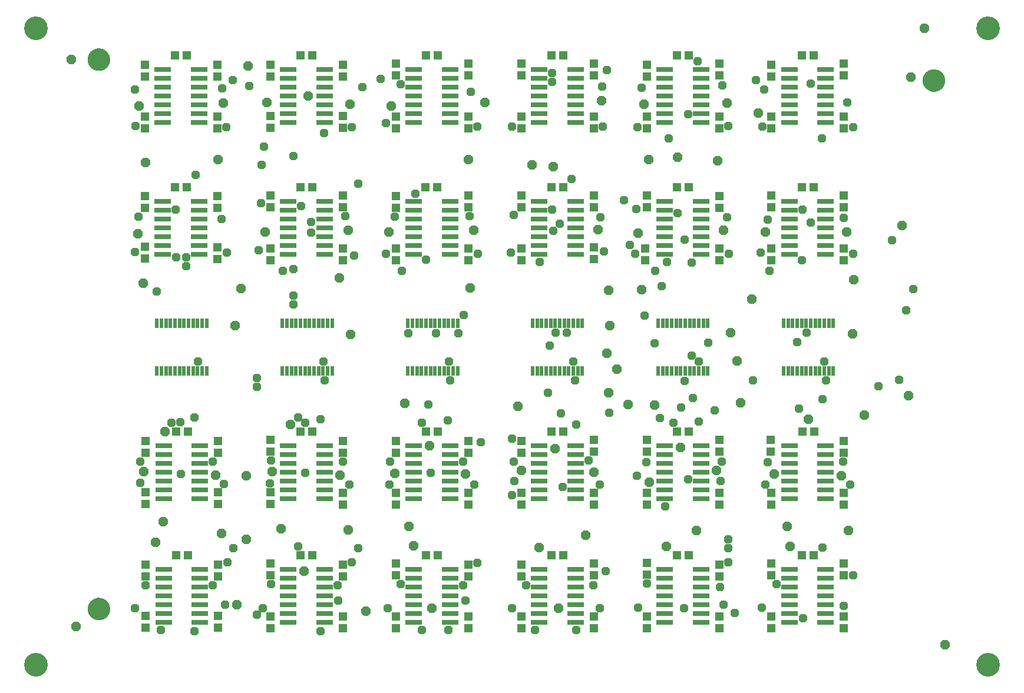
<source format=gbs>
G75*
%MOIN*%
%OFA0B0*%
%FSLAX25Y25*%
%IPPOS*%
%LPD*%
%AMOC8*
5,1,8,0,0,1.08239X$1,22.5*
%
%ADD10C,0.13398*%
%ADD11R,0.02375X0.05524*%
%ADD12R,0.09461X0.03162*%
%ADD13R,0.05131X0.04737*%
%ADD14C,0.08600*%
%ADD15C,0.04800*%
%ADD16OC8,0.05550*%
%ADD17OC8,0.04800*%
D10*
X0083225Y0065052D03*
X0621650Y0065052D03*
X0621650Y0425209D03*
X0083225Y0425209D03*
D11*
X0151524Y0258328D03*
X0154083Y0258328D03*
X0156643Y0258328D03*
X0159202Y0258328D03*
X0161761Y0258328D03*
X0164320Y0258328D03*
X0166879Y0258328D03*
X0169438Y0258328D03*
X0171997Y0258328D03*
X0174556Y0258328D03*
X0177115Y0258328D03*
X0179674Y0258328D03*
X0179674Y0231398D03*
X0177115Y0231398D03*
X0174556Y0231398D03*
X0171997Y0231398D03*
X0169438Y0231398D03*
X0166879Y0231398D03*
X0164320Y0231398D03*
X0161761Y0231398D03*
X0159202Y0231398D03*
X0156643Y0231398D03*
X0154083Y0231398D03*
X0151524Y0231398D03*
X0222524Y0231398D03*
X0225083Y0231398D03*
X0227643Y0231398D03*
X0230202Y0231398D03*
X0232761Y0231398D03*
X0235320Y0231398D03*
X0237879Y0231398D03*
X0240438Y0231398D03*
X0242997Y0231398D03*
X0245556Y0231398D03*
X0248115Y0231398D03*
X0250674Y0231398D03*
X0250674Y0258328D03*
X0248115Y0258328D03*
X0245556Y0258328D03*
X0242997Y0258328D03*
X0240438Y0258328D03*
X0237879Y0258328D03*
X0235320Y0258328D03*
X0232761Y0258328D03*
X0230202Y0258328D03*
X0227643Y0258328D03*
X0225083Y0258328D03*
X0222524Y0258328D03*
X0293524Y0258328D03*
X0296083Y0258328D03*
X0298643Y0258328D03*
X0301202Y0258328D03*
X0303761Y0258328D03*
X0306320Y0258328D03*
X0308879Y0258328D03*
X0311438Y0258328D03*
X0313997Y0258328D03*
X0316556Y0258328D03*
X0319115Y0258328D03*
X0321674Y0258328D03*
X0321674Y0231398D03*
X0319115Y0231398D03*
X0316556Y0231398D03*
X0313997Y0231398D03*
X0311438Y0231398D03*
X0308879Y0231398D03*
X0306320Y0231398D03*
X0303761Y0231398D03*
X0301202Y0231398D03*
X0298643Y0231398D03*
X0296083Y0231398D03*
X0293524Y0231398D03*
X0364024Y0231398D03*
X0366583Y0231398D03*
X0369143Y0231398D03*
X0371702Y0231398D03*
X0374261Y0231398D03*
X0376820Y0231398D03*
X0379379Y0231398D03*
X0381938Y0231398D03*
X0384497Y0231398D03*
X0387056Y0231398D03*
X0389615Y0231398D03*
X0392174Y0231398D03*
X0392174Y0258328D03*
X0389615Y0258328D03*
X0387056Y0258328D03*
X0384497Y0258328D03*
X0381938Y0258328D03*
X0379379Y0258328D03*
X0376820Y0258328D03*
X0374261Y0258328D03*
X0371702Y0258328D03*
X0369143Y0258328D03*
X0366583Y0258328D03*
X0364024Y0258328D03*
X0435024Y0258328D03*
X0437583Y0258328D03*
X0440143Y0258328D03*
X0442702Y0258328D03*
X0445261Y0258328D03*
X0447820Y0258328D03*
X0450379Y0258328D03*
X0452938Y0258328D03*
X0455497Y0258328D03*
X0458056Y0258328D03*
X0460615Y0258328D03*
X0463174Y0258328D03*
X0463174Y0231398D03*
X0460615Y0231398D03*
X0458056Y0231398D03*
X0455497Y0231398D03*
X0452938Y0231398D03*
X0450379Y0231398D03*
X0447820Y0231398D03*
X0445261Y0231398D03*
X0442702Y0231398D03*
X0440143Y0231398D03*
X0437583Y0231398D03*
X0435024Y0231398D03*
X0506024Y0231398D03*
X0508583Y0231398D03*
X0511143Y0231398D03*
X0513702Y0231398D03*
X0516261Y0231398D03*
X0518820Y0231398D03*
X0521379Y0231398D03*
X0523938Y0231398D03*
X0526497Y0231398D03*
X0529056Y0231398D03*
X0531615Y0231398D03*
X0534174Y0231398D03*
X0534174Y0258328D03*
X0531615Y0258328D03*
X0529056Y0258328D03*
X0526497Y0258328D03*
X0523938Y0258328D03*
X0521379Y0258328D03*
X0518820Y0258328D03*
X0516261Y0258328D03*
X0513702Y0258328D03*
X0511143Y0258328D03*
X0508583Y0258328D03*
X0506024Y0258328D03*
D12*
X0509363Y0297363D03*
X0509363Y0302363D03*
X0509363Y0307363D03*
X0509363Y0312363D03*
X0509363Y0317363D03*
X0509363Y0322363D03*
X0509363Y0327363D03*
X0529835Y0327363D03*
X0529835Y0322363D03*
X0529835Y0317363D03*
X0529835Y0312363D03*
X0529835Y0307363D03*
X0529835Y0302363D03*
X0529835Y0297363D03*
X0459335Y0297363D03*
X0459335Y0302363D03*
X0459335Y0307363D03*
X0459335Y0312363D03*
X0459335Y0317363D03*
X0459335Y0322363D03*
X0459335Y0327363D03*
X0438863Y0327363D03*
X0438863Y0322363D03*
X0438863Y0317363D03*
X0438863Y0312363D03*
X0438863Y0307363D03*
X0438863Y0302363D03*
X0438863Y0297363D03*
X0388335Y0297363D03*
X0388335Y0302363D03*
X0388335Y0307363D03*
X0388335Y0312363D03*
X0388335Y0317363D03*
X0388335Y0322363D03*
X0388335Y0327363D03*
X0367863Y0327363D03*
X0367863Y0322363D03*
X0367863Y0317363D03*
X0367863Y0312363D03*
X0367863Y0307363D03*
X0367863Y0302363D03*
X0367863Y0297363D03*
X0317335Y0297363D03*
X0317335Y0302363D03*
X0317335Y0307363D03*
X0317335Y0312363D03*
X0317335Y0317363D03*
X0317335Y0322363D03*
X0317335Y0327363D03*
X0296863Y0327363D03*
X0296863Y0322363D03*
X0296863Y0317363D03*
X0296863Y0312363D03*
X0296863Y0307363D03*
X0296863Y0302363D03*
X0296863Y0297363D03*
X0246335Y0297363D03*
X0246335Y0302363D03*
X0246335Y0307363D03*
X0246335Y0312363D03*
X0246335Y0317363D03*
X0246335Y0322363D03*
X0246335Y0327363D03*
X0225863Y0327363D03*
X0225863Y0322363D03*
X0225863Y0317363D03*
X0225863Y0312363D03*
X0225863Y0307363D03*
X0225863Y0302363D03*
X0225863Y0297363D03*
X0175335Y0297363D03*
X0175335Y0302363D03*
X0175335Y0307363D03*
X0175335Y0312363D03*
X0175335Y0317363D03*
X0175335Y0322363D03*
X0175335Y0327363D03*
X0154863Y0327363D03*
X0154863Y0322363D03*
X0154863Y0317363D03*
X0154863Y0312363D03*
X0154863Y0307363D03*
X0154863Y0302363D03*
X0154863Y0297363D03*
X0154863Y0371863D03*
X0154863Y0376863D03*
X0154863Y0381863D03*
X0154863Y0386863D03*
X0154863Y0391863D03*
X0154863Y0396863D03*
X0154863Y0401863D03*
X0175335Y0401863D03*
X0175335Y0396863D03*
X0175335Y0391863D03*
X0175335Y0386863D03*
X0175335Y0381863D03*
X0175335Y0376863D03*
X0175335Y0371863D03*
X0225863Y0371863D03*
X0225863Y0376863D03*
X0225863Y0381863D03*
X0225863Y0386863D03*
X0225863Y0391863D03*
X0225863Y0396863D03*
X0225863Y0401863D03*
X0246335Y0401863D03*
X0246335Y0396863D03*
X0246335Y0391863D03*
X0246335Y0386863D03*
X0246335Y0381863D03*
X0246335Y0376863D03*
X0246335Y0371863D03*
X0296863Y0371863D03*
X0296863Y0376863D03*
X0296863Y0381863D03*
X0296863Y0386863D03*
X0296863Y0391863D03*
X0296863Y0396863D03*
X0296863Y0401863D03*
X0317335Y0401863D03*
X0317335Y0396863D03*
X0317335Y0391863D03*
X0317335Y0386863D03*
X0317335Y0381863D03*
X0317335Y0376863D03*
X0317335Y0371863D03*
X0367863Y0371863D03*
X0367863Y0376863D03*
X0367863Y0381863D03*
X0367863Y0386863D03*
X0367863Y0391863D03*
X0367863Y0396863D03*
X0367863Y0401863D03*
X0388335Y0401863D03*
X0388335Y0396863D03*
X0388335Y0391863D03*
X0388335Y0386863D03*
X0388335Y0381863D03*
X0388335Y0376863D03*
X0388335Y0371863D03*
X0438863Y0371863D03*
X0438863Y0376863D03*
X0438863Y0381863D03*
X0438863Y0386863D03*
X0438863Y0391863D03*
X0438863Y0396863D03*
X0438863Y0401863D03*
X0459335Y0401863D03*
X0459335Y0396863D03*
X0459335Y0391863D03*
X0459335Y0386863D03*
X0459335Y0381863D03*
X0459335Y0376863D03*
X0459335Y0371863D03*
X0509363Y0371863D03*
X0509363Y0376863D03*
X0509363Y0381863D03*
X0509363Y0386863D03*
X0509363Y0391863D03*
X0509363Y0396863D03*
X0509363Y0401863D03*
X0529835Y0401863D03*
X0529835Y0396863D03*
X0529835Y0391863D03*
X0529835Y0386863D03*
X0529835Y0381863D03*
X0529835Y0376863D03*
X0529835Y0371863D03*
X0529835Y0188863D03*
X0529835Y0183863D03*
X0529835Y0178863D03*
X0529835Y0173863D03*
X0529835Y0168863D03*
X0529835Y0163863D03*
X0529835Y0158863D03*
X0509363Y0158863D03*
X0509363Y0163863D03*
X0509363Y0168863D03*
X0509363Y0173863D03*
X0509363Y0178863D03*
X0509363Y0183863D03*
X0509363Y0188863D03*
X0459335Y0188863D03*
X0459335Y0183863D03*
X0459335Y0178863D03*
X0459335Y0173863D03*
X0459335Y0168863D03*
X0459335Y0163863D03*
X0459335Y0158863D03*
X0438863Y0158863D03*
X0438863Y0163863D03*
X0438863Y0168863D03*
X0438863Y0173863D03*
X0438863Y0178863D03*
X0438863Y0183863D03*
X0438863Y0188863D03*
X0388335Y0188863D03*
X0388335Y0183863D03*
X0388335Y0178863D03*
X0388335Y0173863D03*
X0388335Y0168863D03*
X0388335Y0163863D03*
X0388335Y0158863D03*
X0367863Y0158863D03*
X0367863Y0163863D03*
X0367863Y0168863D03*
X0367863Y0173863D03*
X0367863Y0178863D03*
X0367863Y0183863D03*
X0367863Y0188863D03*
X0317335Y0188863D03*
X0317335Y0183863D03*
X0317335Y0178863D03*
X0317335Y0173863D03*
X0317335Y0168863D03*
X0317335Y0163863D03*
X0317335Y0158863D03*
X0296863Y0158863D03*
X0296863Y0163863D03*
X0296863Y0168863D03*
X0296863Y0173863D03*
X0296863Y0178863D03*
X0296863Y0183863D03*
X0296863Y0188863D03*
X0246335Y0188863D03*
X0246335Y0183863D03*
X0246335Y0178863D03*
X0246335Y0173863D03*
X0246335Y0168863D03*
X0246335Y0163863D03*
X0246335Y0158863D03*
X0225863Y0158863D03*
X0225863Y0163863D03*
X0225863Y0168863D03*
X0225863Y0173863D03*
X0225863Y0178863D03*
X0225863Y0183863D03*
X0225863Y0188863D03*
X0175835Y0188863D03*
X0175835Y0183863D03*
X0175835Y0178863D03*
X0175835Y0173863D03*
X0175835Y0168863D03*
X0175835Y0163863D03*
X0175835Y0158863D03*
X0155363Y0158863D03*
X0155363Y0163863D03*
X0155363Y0168863D03*
X0155363Y0173863D03*
X0155363Y0178863D03*
X0155363Y0183863D03*
X0155363Y0188863D03*
X0155363Y0118863D03*
X0155363Y0113863D03*
X0155363Y0108863D03*
X0155363Y0103863D03*
X0155363Y0098863D03*
X0155363Y0093863D03*
X0155363Y0088863D03*
X0175835Y0088863D03*
X0175835Y0093863D03*
X0175835Y0098863D03*
X0175835Y0103863D03*
X0175835Y0108863D03*
X0175835Y0113863D03*
X0175835Y0118863D03*
X0225863Y0118863D03*
X0225863Y0113863D03*
X0225863Y0108863D03*
X0225863Y0103863D03*
X0225863Y0098863D03*
X0225863Y0093863D03*
X0225863Y0088863D03*
X0246335Y0088863D03*
X0246335Y0093863D03*
X0246335Y0098863D03*
X0246335Y0103863D03*
X0246335Y0108863D03*
X0246335Y0113863D03*
X0246335Y0118863D03*
X0296863Y0118863D03*
X0296863Y0113863D03*
X0296863Y0108863D03*
X0296863Y0103863D03*
X0296863Y0098863D03*
X0296863Y0093863D03*
X0296863Y0088863D03*
X0317335Y0088863D03*
X0317335Y0093863D03*
X0317335Y0098863D03*
X0317335Y0103863D03*
X0317335Y0108863D03*
X0317335Y0113863D03*
X0317335Y0118863D03*
X0367863Y0118863D03*
X0367863Y0113863D03*
X0367863Y0108863D03*
X0367863Y0103863D03*
X0367863Y0098863D03*
X0367863Y0093863D03*
X0367863Y0088863D03*
X0388335Y0088863D03*
X0388335Y0093863D03*
X0388335Y0098863D03*
X0388335Y0103863D03*
X0388335Y0108863D03*
X0388335Y0113863D03*
X0388335Y0118863D03*
X0438863Y0118863D03*
X0438863Y0113863D03*
X0438863Y0108863D03*
X0438863Y0103863D03*
X0438863Y0098863D03*
X0438863Y0093863D03*
X0438863Y0088863D03*
X0459335Y0088863D03*
X0459335Y0093863D03*
X0459335Y0098863D03*
X0459335Y0103863D03*
X0459335Y0108863D03*
X0459335Y0113863D03*
X0459335Y0118863D03*
X0509363Y0118863D03*
X0509363Y0113863D03*
X0509363Y0108863D03*
X0509363Y0103863D03*
X0509363Y0098863D03*
X0509363Y0093863D03*
X0509363Y0088863D03*
X0529835Y0088863D03*
X0529835Y0093863D03*
X0529835Y0098863D03*
X0529835Y0103863D03*
X0529835Y0108863D03*
X0529835Y0113863D03*
X0529835Y0118863D03*
D13*
X0522946Y0126863D03*
X0516253Y0126863D03*
X0499099Y0122209D03*
X0499099Y0115517D03*
X0499099Y0092209D03*
X0499099Y0085517D03*
X0469599Y0085517D03*
X0469599Y0092209D03*
X0469599Y0115017D03*
X0469599Y0121709D03*
X0452446Y0126863D03*
X0445753Y0126863D03*
X0428599Y0122709D03*
X0428599Y0116017D03*
X0398599Y0115517D03*
X0398599Y0122209D03*
X0381446Y0126863D03*
X0374753Y0126863D03*
X0357599Y0121709D03*
X0357599Y0115017D03*
X0327599Y0115017D03*
X0327599Y0121709D03*
X0310446Y0126863D03*
X0303753Y0126863D03*
X0286599Y0122209D03*
X0286599Y0115517D03*
X0256599Y0115017D03*
X0256599Y0121709D03*
X0239446Y0126863D03*
X0232753Y0126863D03*
X0215599Y0122209D03*
X0215599Y0115517D03*
X0186099Y0115017D03*
X0186099Y0121709D03*
X0168946Y0126863D03*
X0162253Y0126863D03*
X0145099Y0121709D03*
X0145099Y0115017D03*
X0145099Y0092709D03*
X0145099Y0086017D03*
X0186099Y0086017D03*
X0186099Y0092709D03*
X0215599Y0092209D03*
X0215599Y0085517D03*
X0256599Y0085517D03*
X0256599Y0092209D03*
X0286599Y0092209D03*
X0286599Y0085517D03*
X0327599Y0085517D03*
X0327599Y0092209D03*
X0357599Y0092209D03*
X0357599Y0085517D03*
X0398599Y0085517D03*
X0398599Y0092209D03*
X0428599Y0092209D03*
X0428599Y0085517D03*
X0428599Y0155517D03*
X0428599Y0162209D03*
X0398599Y0162209D03*
X0398599Y0155517D03*
X0398599Y0185517D03*
X0398599Y0192209D03*
X0381446Y0196863D03*
X0374753Y0196863D03*
X0357599Y0191709D03*
X0357599Y0185017D03*
X0327599Y0185017D03*
X0327599Y0191709D03*
X0310446Y0196863D03*
X0303753Y0196863D03*
X0286599Y0191709D03*
X0286599Y0185017D03*
X0256599Y0185017D03*
X0256599Y0191709D03*
X0239446Y0196863D03*
X0232753Y0196863D03*
X0215599Y0192209D03*
X0215599Y0185517D03*
X0186099Y0185017D03*
X0186099Y0191709D03*
X0168946Y0196863D03*
X0162253Y0196863D03*
X0145099Y0191709D03*
X0145099Y0185017D03*
X0145099Y0162709D03*
X0145099Y0156017D03*
X0186099Y0156017D03*
X0186099Y0162709D03*
X0215599Y0162709D03*
X0215599Y0156017D03*
X0256599Y0155517D03*
X0256599Y0162209D03*
X0286599Y0162209D03*
X0286599Y0155517D03*
X0327599Y0155517D03*
X0327599Y0162209D03*
X0357599Y0162209D03*
X0357599Y0155517D03*
X0428599Y0185517D03*
X0428599Y0192209D03*
X0445753Y0196863D03*
X0452446Y0196863D03*
X0469599Y0192209D03*
X0469599Y0185517D03*
X0498599Y0185517D03*
X0498599Y0192209D03*
X0516753Y0196863D03*
X0523446Y0196863D03*
X0540099Y0191709D03*
X0540099Y0185017D03*
X0540099Y0162209D03*
X0540099Y0155517D03*
X0499099Y0155517D03*
X0499099Y0162209D03*
X0469599Y0162209D03*
X0469599Y0155517D03*
X0540099Y0122209D03*
X0540099Y0115517D03*
X0540099Y0092209D03*
X0540099Y0085517D03*
X0540099Y0294017D03*
X0540099Y0300709D03*
X0540099Y0324017D03*
X0540099Y0330709D03*
X0522946Y0335363D03*
X0516253Y0335363D03*
X0499099Y0330709D03*
X0499099Y0324017D03*
X0499099Y0300709D03*
X0499099Y0294017D03*
X0469599Y0294017D03*
X0469599Y0300709D03*
X0469599Y0323517D03*
X0469599Y0330209D03*
X0452446Y0335363D03*
X0445753Y0335363D03*
X0428599Y0330709D03*
X0428599Y0324017D03*
X0398599Y0324017D03*
X0398599Y0330709D03*
X0381446Y0335363D03*
X0374753Y0335363D03*
X0357599Y0330709D03*
X0357599Y0324017D03*
X0327599Y0324017D03*
X0327599Y0330709D03*
X0309946Y0335363D03*
X0303253Y0335363D03*
X0286599Y0330209D03*
X0286599Y0323517D03*
X0256599Y0324017D03*
X0256599Y0330709D03*
X0239446Y0335363D03*
X0232753Y0335363D03*
X0215599Y0330709D03*
X0215599Y0324017D03*
X0185599Y0323517D03*
X0185599Y0330209D03*
X0168446Y0335363D03*
X0161753Y0335363D03*
X0144599Y0330209D03*
X0144599Y0323517D03*
X0144599Y0301709D03*
X0144599Y0295017D03*
X0185599Y0294517D03*
X0185599Y0301209D03*
X0215599Y0300709D03*
X0215599Y0294017D03*
X0256599Y0294017D03*
X0256599Y0300709D03*
X0286599Y0300709D03*
X0286599Y0294017D03*
X0327599Y0294017D03*
X0327599Y0300709D03*
X0357599Y0300709D03*
X0357599Y0294017D03*
X0398599Y0294517D03*
X0398599Y0301209D03*
X0427599Y0300709D03*
X0427599Y0294017D03*
X0428599Y0368517D03*
X0428599Y0375209D03*
X0398599Y0375209D03*
X0398599Y0368517D03*
X0357599Y0368517D03*
X0357599Y0375209D03*
X0327599Y0375209D03*
X0327599Y0368517D03*
X0286599Y0368517D03*
X0286599Y0375209D03*
X0256599Y0375709D03*
X0256599Y0369017D03*
X0215599Y0369017D03*
X0215599Y0375709D03*
X0185599Y0375209D03*
X0185599Y0368517D03*
X0144599Y0368517D03*
X0144599Y0375209D03*
X0144599Y0398017D03*
X0144599Y0404709D03*
X0161753Y0409863D03*
X0168446Y0409863D03*
X0185599Y0404709D03*
X0185599Y0398017D03*
X0215599Y0398017D03*
X0215599Y0404709D03*
X0232753Y0409863D03*
X0239446Y0409863D03*
X0256599Y0404709D03*
X0256599Y0398017D03*
X0286599Y0398517D03*
X0286599Y0405209D03*
X0303753Y0409863D03*
X0310446Y0409863D03*
X0327599Y0405209D03*
X0327599Y0398517D03*
X0357599Y0398517D03*
X0357599Y0405209D03*
X0374753Y0409863D03*
X0381446Y0409863D03*
X0398599Y0405209D03*
X0398599Y0398517D03*
X0428599Y0398017D03*
X0428599Y0404709D03*
X0445753Y0409863D03*
X0452446Y0409863D03*
X0469599Y0405209D03*
X0469599Y0398517D03*
X0469599Y0375209D03*
X0469599Y0368517D03*
X0499099Y0368517D03*
X0499099Y0375209D03*
X0499099Y0398017D03*
X0499099Y0404709D03*
X0516253Y0409863D03*
X0522946Y0409863D03*
X0540099Y0405209D03*
X0540099Y0398517D03*
X0540099Y0375209D03*
X0540099Y0368517D03*
D14*
X0589130Y0395761D02*
X0589132Y0395849D01*
X0589138Y0395937D01*
X0589148Y0396025D01*
X0589162Y0396113D01*
X0589179Y0396199D01*
X0589201Y0396285D01*
X0589226Y0396369D01*
X0589256Y0396453D01*
X0589288Y0396535D01*
X0589325Y0396615D01*
X0589365Y0396694D01*
X0589409Y0396771D01*
X0589456Y0396846D01*
X0589506Y0396918D01*
X0589560Y0396989D01*
X0589616Y0397056D01*
X0589676Y0397122D01*
X0589738Y0397184D01*
X0589804Y0397244D01*
X0589871Y0397300D01*
X0589942Y0397354D01*
X0590014Y0397404D01*
X0590089Y0397451D01*
X0590166Y0397495D01*
X0590245Y0397535D01*
X0590325Y0397572D01*
X0590407Y0397604D01*
X0590491Y0397634D01*
X0590575Y0397659D01*
X0590661Y0397681D01*
X0590747Y0397698D01*
X0590835Y0397712D01*
X0590923Y0397722D01*
X0591011Y0397728D01*
X0591099Y0397730D01*
X0591187Y0397728D01*
X0591275Y0397722D01*
X0591363Y0397712D01*
X0591451Y0397698D01*
X0591537Y0397681D01*
X0591623Y0397659D01*
X0591707Y0397634D01*
X0591791Y0397604D01*
X0591873Y0397572D01*
X0591953Y0397535D01*
X0592032Y0397495D01*
X0592109Y0397451D01*
X0592184Y0397404D01*
X0592256Y0397354D01*
X0592327Y0397300D01*
X0592394Y0397244D01*
X0592460Y0397184D01*
X0592522Y0397122D01*
X0592582Y0397056D01*
X0592638Y0396989D01*
X0592692Y0396918D01*
X0592742Y0396846D01*
X0592789Y0396771D01*
X0592833Y0396694D01*
X0592873Y0396615D01*
X0592910Y0396535D01*
X0592942Y0396453D01*
X0592972Y0396369D01*
X0592997Y0396285D01*
X0593019Y0396199D01*
X0593036Y0396113D01*
X0593050Y0396025D01*
X0593060Y0395937D01*
X0593066Y0395849D01*
X0593068Y0395761D01*
X0593066Y0395673D01*
X0593060Y0395585D01*
X0593050Y0395497D01*
X0593036Y0395409D01*
X0593019Y0395323D01*
X0592997Y0395237D01*
X0592972Y0395153D01*
X0592942Y0395069D01*
X0592910Y0394987D01*
X0592873Y0394907D01*
X0592833Y0394828D01*
X0592789Y0394751D01*
X0592742Y0394676D01*
X0592692Y0394604D01*
X0592638Y0394533D01*
X0592582Y0394466D01*
X0592522Y0394400D01*
X0592460Y0394338D01*
X0592394Y0394278D01*
X0592327Y0394222D01*
X0592256Y0394168D01*
X0592184Y0394118D01*
X0592109Y0394071D01*
X0592032Y0394027D01*
X0591953Y0393987D01*
X0591873Y0393950D01*
X0591791Y0393918D01*
X0591707Y0393888D01*
X0591623Y0393863D01*
X0591537Y0393841D01*
X0591451Y0393824D01*
X0591363Y0393810D01*
X0591275Y0393800D01*
X0591187Y0393794D01*
X0591099Y0393792D01*
X0591011Y0393794D01*
X0590923Y0393800D01*
X0590835Y0393810D01*
X0590747Y0393824D01*
X0590661Y0393841D01*
X0590575Y0393863D01*
X0590491Y0393888D01*
X0590407Y0393918D01*
X0590325Y0393950D01*
X0590245Y0393987D01*
X0590166Y0394027D01*
X0590089Y0394071D01*
X0590014Y0394118D01*
X0589942Y0394168D01*
X0589871Y0394222D01*
X0589804Y0394278D01*
X0589738Y0394338D01*
X0589676Y0394400D01*
X0589616Y0394466D01*
X0589560Y0394533D01*
X0589506Y0394604D01*
X0589456Y0394676D01*
X0589409Y0394751D01*
X0589365Y0394828D01*
X0589325Y0394907D01*
X0589288Y0394987D01*
X0589256Y0395069D01*
X0589226Y0395153D01*
X0589201Y0395237D01*
X0589179Y0395323D01*
X0589162Y0395409D01*
X0589148Y0395497D01*
X0589138Y0395585D01*
X0589132Y0395673D01*
X0589130Y0395761D01*
X0116689Y0407572D02*
X0116691Y0407660D01*
X0116697Y0407748D01*
X0116707Y0407836D01*
X0116721Y0407924D01*
X0116738Y0408010D01*
X0116760Y0408096D01*
X0116785Y0408180D01*
X0116815Y0408264D01*
X0116847Y0408346D01*
X0116884Y0408426D01*
X0116924Y0408505D01*
X0116968Y0408582D01*
X0117015Y0408657D01*
X0117065Y0408729D01*
X0117119Y0408800D01*
X0117175Y0408867D01*
X0117235Y0408933D01*
X0117297Y0408995D01*
X0117363Y0409055D01*
X0117430Y0409111D01*
X0117501Y0409165D01*
X0117573Y0409215D01*
X0117648Y0409262D01*
X0117725Y0409306D01*
X0117804Y0409346D01*
X0117884Y0409383D01*
X0117966Y0409415D01*
X0118050Y0409445D01*
X0118134Y0409470D01*
X0118220Y0409492D01*
X0118306Y0409509D01*
X0118394Y0409523D01*
X0118482Y0409533D01*
X0118570Y0409539D01*
X0118658Y0409541D01*
X0118746Y0409539D01*
X0118834Y0409533D01*
X0118922Y0409523D01*
X0119010Y0409509D01*
X0119096Y0409492D01*
X0119182Y0409470D01*
X0119266Y0409445D01*
X0119350Y0409415D01*
X0119432Y0409383D01*
X0119512Y0409346D01*
X0119591Y0409306D01*
X0119668Y0409262D01*
X0119743Y0409215D01*
X0119815Y0409165D01*
X0119886Y0409111D01*
X0119953Y0409055D01*
X0120019Y0408995D01*
X0120081Y0408933D01*
X0120141Y0408867D01*
X0120197Y0408800D01*
X0120251Y0408729D01*
X0120301Y0408657D01*
X0120348Y0408582D01*
X0120392Y0408505D01*
X0120432Y0408426D01*
X0120469Y0408346D01*
X0120501Y0408264D01*
X0120531Y0408180D01*
X0120556Y0408096D01*
X0120578Y0408010D01*
X0120595Y0407924D01*
X0120609Y0407836D01*
X0120619Y0407748D01*
X0120625Y0407660D01*
X0120627Y0407572D01*
X0120625Y0407484D01*
X0120619Y0407396D01*
X0120609Y0407308D01*
X0120595Y0407220D01*
X0120578Y0407134D01*
X0120556Y0407048D01*
X0120531Y0406964D01*
X0120501Y0406880D01*
X0120469Y0406798D01*
X0120432Y0406718D01*
X0120392Y0406639D01*
X0120348Y0406562D01*
X0120301Y0406487D01*
X0120251Y0406415D01*
X0120197Y0406344D01*
X0120141Y0406277D01*
X0120081Y0406211D01*
X0120019Y0406149D01*
X0119953Y0406089D01*
X0119886Y0406033D01*
X0119815Y0405979D01*
X0119743Y0405929D01*
X0119668Y0405882D01*
X0119591Y0405838D01*
X0119512Y0405798D01*
X0119432Y0405761D01*
X0119350Y0405729D01*
X0119266Y0405699D01*
X0119182Y0405674D01*
X0119096Y0405652D01*
X0119010Y0405635D01*
X0118922Y0405621D01*
X0118834Y0405611D01*
X0118746Y0405605D01*
X0118658Y0405603D01*
X0118570Y0405605D01*
X0118482Y0405611D01*
X0118394Y0405621D01*
X0118306Y0405635D01*
X0118220Y0405652D01*
X0118134Y0405674D01*
X0118050Y0405699D01*
X0117966Y0405729D01*
X0117884Y0405761D01*
X0117804Y0405798D01*
X0117725Y0405838D01*
X0117648Y0405882D01*
X0117573Y0405929D01*
X0117501Y0405979D01*
X0117430Y0406033D01*
X0117363Y0406089D01*
X0117297Y0406149D01*
X0117235Y0406211D01*
X0117175Y0406277D01*
X0117119Y0406344D01*
X0117065Y0406415D01*
X0117015Y0406487D01*
X0116968Y0406562D01*
X0116924Y0406639D01*
X0116884Y0406718D01*
X0116847Y0406798D01*
X0116815Y0406880D01*
X0116785Y0406964D01*
X0116760Y0407048D01*
X0116738Y0407134D01*
X0116721Y0407220D01*
X0116707Y0407308D01*
X0116697Y0407396D01*
X0116691Y0407484D01*
X0116689Y0407572D01*
X0116689Y0096548D02*
X0116691Y0096636D01*
X0116697Y0096724D01*
X0116707Y0096812D01*
X0116721Y0096900D01*
X0116738Y0096986D01*
X0116760Y0097072D01*
X0116785Y0097156D01*
X0116815Y0097240D01*
X0116847Y0097322D01*
X0116884Y0097402D01*
X0116924Y0097481D01*
X0116968Y0097558D01*
X0117015Y0097633D01*
X0117065Y0097705D01*
X0117119Y0097776D01*
X0117175Y0097843D01*
X0117235Y0097909D01*
X0117297Y0097971D01*
X0117363Y0098031D01*
X0117430Y0098087D01*
X0117501Y0098141D01*
X0117573Y0098191D01*
X0117648Y0098238D01*
X0117725Y0098282D01*
X0117804Y0098322D01*
X0117884Y0098359D01*
X0117966Y0098391D01*
X0118050Y0098421D01*
X0118134Y0098446D01*
X0118220Y0098468D01*
X0118306Y0098485D01*
X0118394Y0098499D01*
X0118482Y0098509D01*
X0118570Y0098515D01*
X0118658Y0098517D01*
X0118746Y0098515D01*
X0118834Y0098509D01*
X0118922Y0098499D01*
X0119010Y0098485D01*
X0119096Y0098468D01*
X0119182Y0098446D01*
X0119266Y0098421D01*
X0119350Y0098391D01*
X0119432Y0098359D01*
X0119512Y0098322D01*
X0119591Y0098282D01*
X0119668Y0098238D01*
X0119743Y0098191D01*
X0119815Y0098141D01*
X0119886Y0098087D01*
X0119953Y0098031D01*
X0120019Y0097971D01*
X0120081Y0097909D01*
X0120141Y0097843D01*
X0120197Y0097776D01*
X0120251Y0097705D01*
X0120301Y0097633D01*
X0120348Y0097558D01*
X0120392Y0097481D01*
X0120432Y0097402D01*
X0120469Y0097322D01*
X0120501Y0097240D01*
X0120531Y0097156D01*
X0120556Y0097072D01*
X0120578Y0096986D01*
X0120595Y0096900D01*
X0120609Y0096812D01*
X0120619Y0096724D01*
X0120625Y0096636D01*
X0120627Y0096548D01*
X0120625Y0096460D01*
X0120619Y0096372D01*
X0120609Y0096284D01*
X0120595Y0096196D01*
X0120578Y0096110D01*
X0120556Y0096024D01*
X0120531Y0095940D01*
X0120501Y0095856D01*
X0120469Y0095774D01*
X0120432Y0095694D01*
X0120392Y0095615D01*
X0120348Y0095538D01*
X0120301Y0095463D01*
X0120251Y0095391D01*
X0120197Y0095320D01*
X0120141Y0095253D01*
X0120081Y0095187D01*
X0120019Y0095125D01*
X0119953Y0095065D01*
X0119886Y0095009D01*
X0119815Y0094955D01*
X0119743Y0094905D01*
X0119668Y0094858D01*
X0119591Y0094814D01*
X0119512Y0094774D01*
X0119432Y0094737D01*
X0119350Y0094705D01*
X0119266Y0094675D01*
X0119182Y0094650D01*
X0119096Y0094628D01*
X0119010Y0094611D01*
X0118922Y0094597D01*
X0118834Y0094587D01*
X0118746Y0094581D01*
X0118658Y0094579D01*
X0118570Y0094581D01*
X0118482Y0094587D01*
X0118394Y0094597D01*
X0118306Y0094611D01*
X0118220Y0094628D01*
X0118134Y0094650D01*
X0118050Y0094675D01*
X0117966Y0094705D01*
X0117884Y0094737D01*
X0117804Y0094774D01*
X0117725Y0094814D01*
X0117648Y0094858D01*
X0117573Y0094905D01*
X0117501Y0094955D01*
X0117430Y0095009D01*
X0117363Y0095065D01*
X0117297Y0095125D01*
X0117235Y0095187D01*
X0117175Y0095253D01*
X0117119Y0095320D01*
X0117065Y0095391D01*
X0117015Y0095463D01*
X0116968Y0095538D01*
X0116924Y0095615D01*
X0116884Y0095694D01*
X0116847Y0095774D01*
X0116815Y0095856D01*
X0116785Y0095940D01*
X0116760Y0096024D01*
X0116738Y0096110D01*
X0116721Y0096196D01*
X0116707Y0096284D01*
X0116697Y0096372D01*
X0116691Y0096460D01*
X0116689Y0096548D01*
D15*
X0118658Y0096548D03*
X0118658Y0407572D03*
X0591099Y0395761D03*
D16*
X0578009Y0397737D03*
X0585883Y0425296D03*
X0491599Y0377363D03*
X0474099Y0382863D03*
X0446099Y0352363D03*
X0429599Y0350863D03*
X0468599Y0350363D03*
X0427099Y0382363D03*
X0403099Y0384363D03*
X0363599Y0347863D03*
X0375599Y0346863D03*
X0401099Y0311363D03*
X0423599Y0309363D03*
X0425599Y0277363D03*
X0407099Y0276863D03*
X0407599Y0256863D03*
X0406099Y0241363D03*
X0411599Y0232363D03*
X0407099Y0218863D03*
X0418099Y0212363D03*
X0433099Y0211863D03*
X0447599Y0187863D03*
X0468099Y0174863D03*
X0500599Y0172863D03*
X0538599Y0171863D03*
X0508099Y0143363D03*
X0509599Y0131863D03*
X0542599Y0140863D03*
X0456599Y0140863D03*
X0439599Y0131863D03*
X0394099Y0138363D03*
X0367599Y0131363D03*
X0378599Y0096863D03*
X0307099Y0096863D03*
X0269599Y0095363D03*
X0234599Y0117863D03*
X0259599Y0141363D03*
X0294099Y0143363D03*
X0296599Y0132363D03*
X0286099Y0173363D03*
X0305599Y0188863D03*
X0326099Y0172863D03*
X0357599Y0174863D03*
X0376599Y0187363D03*
X0398599Y0173863D03*
X0430099Y0168363D03*
X0481599Y0213363D03*
X0479599Y0236863D03*
X0476099Y0252863D03*
X0488099Y0271863D03*
X0495599Y0309863D03*
X0472099Y0310863D03*
X0541599Y0309863D03*
X0573095Y0313800D03*
X0545599Y0282863D03*
X0545099Y0252363D03*
X0576699Y0217226D03*
X0551599Y0206363D03*
X0520099Y0203863D03*
X0355599Y0211363D03*
X0291599Y0212863D03*
X0261099Y0251863D03*
X0254599Y0283863D03*
X0282599Y0309863D03*
X0259599Y0310863D03*
X0212599Y0309863D03*
X0199099Y0277863D03*
X0195599Y0256863D03*
X0143599Y0280863D03*
X0140599Y0308863D03*
X0145099Y0349363D03*
X0186099Y0350863D03*
X0189099Y0382863D03*
X0213599Y0383363D03*
X0237099Y0386863D03*
X0260599Y0382363D03*
X0284099Y0381363D03*
X0337099Y0383363D03*
X0327599Y0350863D03*
X0330599Y0310863D03*
X0328599Y0278363D03*
X0227099Y0200863D03*
X0216599Y0174363D03*
X0202099Y0171863D03*
X0184599Y0172363D03*
X0156099Y0196863D03*
X0144099Y0174363D03*
X0155099Y0145863D03*
X0150599Y0134363D03*
X0188099Y0139363D03*
X0202099Y0135863D03*
X0221599Y0141863D03*
X0255099Y0172363D03*
X0196599Y0098863D03*
X0105614Y0086841D03*
X0141531Y0381485D03*
X0103202Y0407515D03*
X0203099Y0403863D03*
X0597378Y0076363D03*
D17*
X0539899Y0098363D03*
X0516899Y0091363D03*
X0493799Y0097263D03*
X0478299Y0094363D03*
X0471899Y0098863D03*
X0470199Y0109063D03*
X0449699Y0097063D03*
X0428699Y0110963D03*
X0423599Y0097263D03*
X0401999Y0096963D03*
X0398299Y0110063D03*
X0405499Y0118163D03*
X0360399Y0110063D03*
X0352299Y0097063D03*
X0365299Y0084663D03*
X0388699Y0084663D03*
X0332799Y0122763D03*
X0324799Y0110063D03*
X0325899Y0101363D03*
X0316499Y0084663D03*
X0301299Y0084663D03*
X0281899Y0096963D03*
X0289499Y0110563D03*
X0261799Y0122863D03*
X0265299Y0130863D03*
X0253799Y0110063D03*
X0253899Y0101363D03*
X0244118Y0083876D03*
X0211512Y0096963D03*
X0207999Y0093263D03*
X0189899Y0098863D03*
X0183199Y0110063D03*
X0191299Y0122863D03*
X0194799Y0130863D03*
X0215999Y0110563D03*
X0231399Y0131863D03*
X0215399Y0167763D03*
X0215999Y0180563D03*
X0235399Y0173563D03*
X0256799Y0180063D03*
X0260299Y0166863D03*
X0283199Y0166963D03*
X0283499Y0180063D03*
X0306399Y0173563D03*
X0324799Y0180063D03*
X0334699Y0190963D03*
X0352399Y0192863D03*
X0353399Y0180063D03*
X0353699Y0169063D03*
X0352399Y0160863D03*
X0331199Y0166863D03*
X0380999Y0165663D03*
X0395799Y0180563D03*
X0401999Y0166963D03*
X0422899Y0172063D03*
X0428399Y0179563D03*
X0451999Y0169963D03*
X0470399Y0168863D03*
X0471199Y0180063D03*
X0496999Y0179763D03*
X0495799Y0166963D03*
X0539799Y0180063D03*
X0543799Y0166863D03*
X0527899Y0131463D03*
X0545299Y0115763D03*
X0501999Y0110563D03*
X0474799Y0122863D03*
X0474799Y0130863D03*
X0474799Y0135863D03*
X0439099Y0154663D03*
X0443599Y0201863D03*
X0436099Y0204663D03*
X0447999Y0210563D03*
X0454599Y0216063D03*
X0450199Y0225763D03*
X0458099Y0236763D03*
X0454199Y0239963D03*
X0463399Y0247463D03*
X0432999Y0246963D03*
X0427299Y0262663D03*
X0437199Y0279263D03*
X0433399Y0288063D03*
X0440199Y0293163D03*
X0454199Y0292763D03*
X0450199Y0305563D03*
X0474999Y0297763D03*
X0493199Y0298263D03*
X0498199Y0288063D03*
X0516299Y0294063D03*
X0545499Y0297763D03*
X0567477Y0305209D03*
X0539899Y0317863D03*
X0521399Y0315263D03*
X0516699Y0322663D03*
X0497199Y0317163D03*
X0473899Y0318363D03*
X0446199Y0320563D03*
X0422699Y0322963D03*
X0415699Y0328063D03*
X0402399Y0318363D03*
X0419199Y0302563D03*
X0422199Y0297763D03*
X0404499Y0298963D03*
X0379399Y0314763D03*
X0375699Y0310563D03*
X0375199Y0322663D03*
X0353399Y0319663D03*
X0328399Y0318863D03*
X0332999Y0297763D03*
X0351699Y0298263D03*
X0368199Y0293163D03*
X0324899Y0263063D03*
X0322199Y0252563D03*
X0309299Y0252563D03*
X0293599Y0252563D03*
X0316599Y0236763D03*
X0317499Y0225963D03*
X0304899Y0212363D03*
X0301299Y0201863D03*
X0315999Y0203363D03*
X0372599Y0219163D03*
X0387999Y0225963D03*
X0387099Y0236763D03*
X0373799Y0245763D03*
X0376899Y0252963D03*
X0383299Y0252963D03*
X0379899Y0207363D03*
X0388699Y0201163D03*
X0407499Y0207663D03*
X0458099Y0202563D03*
X0467199Y0209063D03*
X0488599Y0225963D03*
X0514599Y0209863D03*
X0527899Y0215263D03*
X0529999Y0225963D03*
X0529099Y0236763D03*
X0513799Y0247763D03*
X0518899Y0252963D03*
X0559603Y0222532D03*
X0571414Y0226469D03*
X0575351Y0265839D03*
X0579288Y0277650D03*
X0527699Y0362963D03*
X0545299Y0369363D03*
X0541899Y0383363D03*
X0521399Y0393963D03*
X0495199Y0390663D03*
X0490399Y0395863D03*
X0471399Y0392863D03*
X0457499Y0406763D03*
X0425699Y0391663D03*
X0405999Y0401563D03*
X0403399Y0392363D03*
X0375199Y0395063D03*
X0375199Y0400063D03*
X0352399Y0369563D03*
X0332799Y0369563D03*
X0328899Y0389363D03*
X0289499Y0393563D03*
X0278199Y0396663D03*
X0267599Y0391863D03*
X0281199Y0371763D03*
X0261799Y0369463D03*
X0246199Y0365963D03*
X0228599Y0352863D03*
X0212199Y0358263D03*
X0210699Y0348163D03*
X0190799Y0369263D03*
X0188399Y0391363D03*
X0194299Y0395863D03*
X0203699Y0392663D03*
X0139199Y0390663D03*
X0139399Y0369963D03*
X0173399Y0342463D03*
X0162199Y0322663D03*
X0140999Y0318563D03*
X0139199Y0298763D03*
X0162299Y0295563D03*
X0167999Y0295763D03*
X0167999Y0290763D03*
X0151499Y0276463D03*
X0190999Y0298263D03*
X0209199Y0299763D03*
X0222599Y0288063D03*
X0228599Y0289063D03*
X0228599Y0274163D03*
X0228599Y0269163D03*
X0245599Y0236763D03*
X0246499Y0225963D03*
X0244118Y0204138D03*
X0235399Y0201863D03*
X0231399Y0204963D03*
X0207999Y0222463D03*
X0207999Y0227463D03*
X0174599Y0236763D03*
X0172631Y0205125D03*
X0164699Y0202263D03*
X0159599Y0201863D03*
X0141899Y0180063D03*
X0142199Y0168063D03*
X0165199Y0173163D03*
X0183199Y0180063D03*
X0189399Y0167463D03*
X0144899Y0110063D03*
X0139037Y0096969D03*
X0153799Y0084663D03*
X0172631Y0083876D03*
X0289999Y0288063D03*
X0281199Y0297763D03*
X0262999Y0296763D03*
X0257899Y0318863D03*
X0238599Y0315563D03*
X0238599Y0309563D03*
X0233199Y0324563D03*
X0210399Y0326363D03*
X0187899Y0317363D03*
X0265299Y0337463D03*
X0286199Y0318663D03*
X0297599Y0331563D03*
X0303699Y0294363D03*
X0385999Y0339963D03*
X0403799Y0369663D03*
X0423399Y0369463D03*
X0440999Y0362963D03*
X0451999Y0376563D03*
X0474799Y0369863D03*
X0493899Y0369763D03*
M02*

</source>
